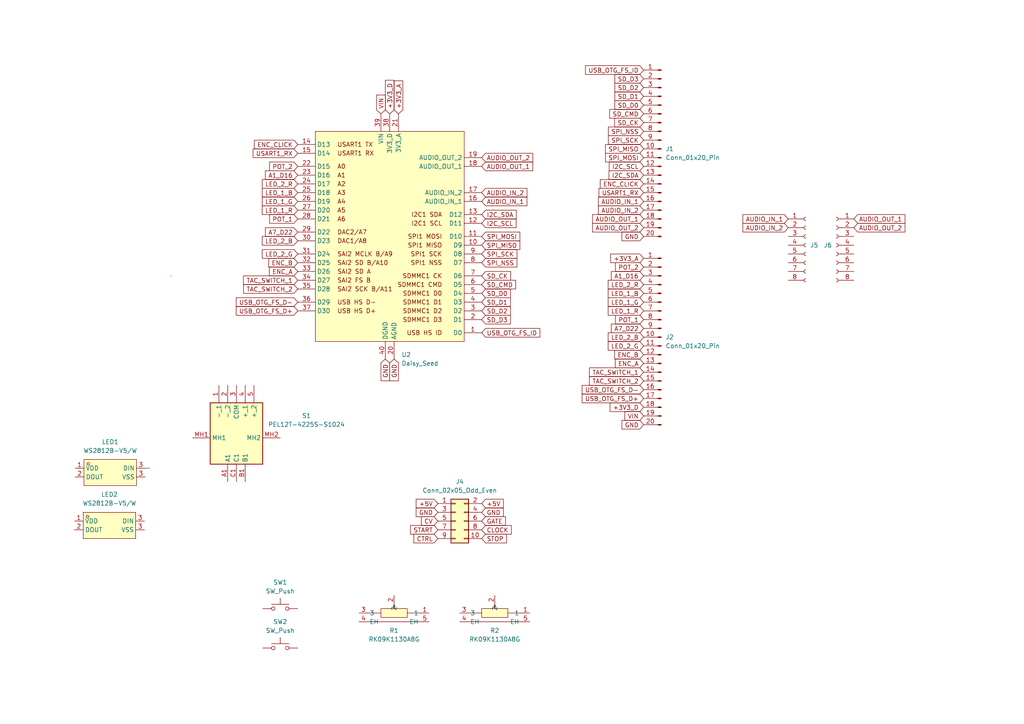
<source format=kicad_sch>
(kicad_sch (version 20250114) (generator "eeschema") (generator_version "9.0")
  (paper "A4")
  (title_block (title "Shock-AE-PCB") (date "2026-02-01") (rev "0.1") (company "Copyright © 2026 clectric.diy Licensed under CERN-OHL-S v2") (comment 1 "Charles H. Leggett"))
  (lib_symbols
    (symbol "Connector:Conn_01x08_Socket" (pin_names (offset 1.016) (hide yes))
      (property "Reference" "J" (at 0 10.16 0))
      (property "Value" "Conn_01x08_Socket" (at 0 -12.7 0))
      (symbol "Conn_01x08_Socket_1_1"
        (polyline (pts (xy -1.27 7.62) (xy -0.508 7.62)) (stroke (width 0.1524)))
        (polyline (pts (xy -1.27 5.08) (xy -0.508 5.08)) (stroke (width 0.1524)))
        (polyline (pts (xy -1.27 2.54) (xy -0.508 2.54)) (stroke (width 0.1524)))
        (polyline (pts (xy -1.27 0) (xy -0.508 0)) (stroke (width 0.1524)))
        (polyline (pts (xy -1.27 -2.54) (xy -0.508 -2.54)) (stroke (width 0.1524)))
        (polyline (pts (xy -1.27 -5.08) (xy -0.508 -5.08)) (stroke (width 0.1524)))
        (polyline (pts (xy -1.27 -7.62) (xy -0.508 -7.62)) (stroke (width 0.1524)))
        (polyline (pts (xy -1.27 -10.16) (xy -0.508 -10.16)) (stroke (width 0.1524)))
        (arc (start 0 7.112) (mid -0.5058 7.62) (end 0 8.128) (stroke (width 0.1524)))
        (arc (start 0 4.572) (mid -0.5058 5.08) (end 0 5.588) (stroke (width 0.1524)))
        (arc (start 0 2.032) (mid -0.5058 2.54) (end 0 3.048) (stroke (width 0.1524)))
        (arc (start 0 -0.508) (mid -0.5058 0) (end 0 0.508) (stroke (width 0.1524)))
        (arc (start 0 -3.048) (mid -0.5058 -2.54) (end 0 -2.032) (stroke (width 0.1524)))
        (arc (start 0 -5.588) (mid -0.5058 -5.08) (end 0 -4.572) (stroke (width 0.1524)))
        (arc (start 0 -8.128) (mid -0.5058 -7.62) (end 0 -7.112) (stroke (width 0.1524)))
        (arc (start 0 -10.668) (mid -0.5058 -10.16) (end 0 -9.652) (stroke (width 0.1524)))
        (pin passive line (at -5.08 7.62 0) (length 3.81) (name "Pin_1") (number "1"))
        (pin passive line (at -5.08 5.08 0) (length 3.81) (name "Pin_2") (number "2"))
        (pin passive line (at -5.08 2.54 0) (length 3.81) (name "Pin_3") (number "3"))
        (pin passive line (at -5.08 0 0) (length 3.81) (name "Pin_4") (number "4"))
        (pin passive line (at -5.08 -2.54 0) (length 3.81) (name "Pin_5") (number "5"))
        (pin passive line (at -5.08 -5.08 0) (length 3.81) (name "Pin_6") (number "6"))
        (pin passive line (at -5.08 -7.62 0) (length 3.81) (name "Pin_7") (number "7"))
        (pin passive line (at -5.08 -10.16 0) (length 3.81) (name "Pin_8") (number "8"))
      )
    )
    (symbol "Connector:Conn_01x20_Pin" (pin_names (offset 1.016) (hide yes))
      (property "Reference" "J" (at 0 25.4 0))
      (property "Value" "Conn_01x20_Pin" (at 0 -27.94 0))
      (symbol "Conn_01x20_Pin_1_1"
        (rectangle (start 0.8636 22.987) (end 0 22.733) (stroke (width 0.1524)) (fill (type outline)))
        (rectangle (start 0.8636 20.447) (end 0 20.193) (stroke (width 0.1524)) (fill (type outline)))
        (rectangle (start 0.8636 17.907) (end 0 17.653) (stroke (width 0.1524)) (fill (type outline)))
        (rectangle (start 0.8636 15.367) (end 0 15.113) (stroke (width 0.1524)) (fill (type outline)))
        (rectangle (start 0.8636 12.827) (end 0 12.573) (stroke (width 0.1524)) (fill (type outline)))
        (rectangle (start 0.8636 10.287) (end 0 10.033) (stroke (width 0.1524)) (fill (type outline)))
        (rectangle (start 0.8636 7.747) (end 0 7.493) (stroke (width 0.1524)) (fill (type outline)))
        (rectangle (start 0.8636 5.207) (end 0 4.953) (stroke (width 0.1524)) (fill (type outline)))
        (rectangle (start 0.8636 2.667) (end 0 2.413) (stroke (width 0.1524)) (fill (type outline)))
        (rectangle (start 0.8636 0.127) (end 0 -0.127) (stroke (width 0.1524)) (fill (type outline)))
        (rectangle (start 0.8636 -2.413) (end 0 -2.667) (stroke (width 0.1524)) (fill (type outline)))
        (rectangle (start 0.8636 -4.953) (end 0 -5.207) (stroke (width 0.1524)) (fill (type outline)))
        (rectangle (start 0.8636 -7.493) (end 0 -7.747) (stroke (width 0.1524)) (fill (type outline)))
        (rectangle (start 0.8636 -10.033) (end 0 -10.287) (stroke (width 0.1524)) (fill (type outline)))
        (rectangle (start 0.8636 -12.573) (end 0 -12.827) (stroke (width 0.1524)) (fill (type outline)))
        (rectangle (start 0.8636 -15.113) (end 0 -15.367) (stroke (width 0.1524)) (fill (type outline)))
        (rectangle (start 0.8636 -17.653) (end 0 -17.907) (stroke (width 0.1524)) (fill (type outline)))
        (rectangle (start 0.8636 -20.193) (end 0 -20.447) (stroke (width 0.1524)) (fill (type outline)))
        (rectangle (start 0.8636 -22.733) (end 0 -22.987) (stroke (width 0.1524)) (fill (type outline)))
        (rectangle (start 0.8636 -25.273) (end 0 -25.527) (stroke (width 0.1524)) (fill (type outline)))
        (polyline (pts (xy 1.27 22.86) (xy 0.8636 22.86)) (stroke (width 0.1524)))
        (polyline (pts (xy 1.27 20.32) (xy 0.8636 20.32)) (stroke (width 0.1524)))
        (polyline (pts (xy 1.27 17.78) (xy 0.8636 17.78)) (stroke (width 0.1524)))
        (polyline (pts (xy 1.27 15.24) (xy 0.8636 15.24)) (stroke (width 0.1524)))
        (polyline (pts (xy 1.27 12.7) (xy 0.8636 12.7)) (stroke (width 0.1524)))
        (polyline (pts (xy 1.27 10.16) (xy 0.8636 10.16)) (stroke (width 0.1524)))
        (polyline (pts (xy 1.27 7.62) (xy 0.8636 7.62)) (stroke (width 0.1524)))
        (polyline (pts (xy 1.27 5.08) (xy 0.8636 5.08)) (stroke (width 0.1524)))
        (polyline (pts (xy 1.27 2.54) (xy 0.8636 2.54)) (stroke (width 0.1524)))
        (polyline (pts (xy 1.27 0) (xy 0.8636 0)) (stroke (width 0.1524)))
        (polyline (pts (xy 1.27 -2.54) (xy 0.8636 -2.54)) (stroke (width 0.1524)))
        (polyline (pts (xy 1.27 -5.08) (xy 0.8636 -5.08)) (stroke (width 0.1524)))
        (polyline (pts (xy 1.27 -7.62) (xy 0.8636 -7.62)) (stroke (width 0.1524)))
        (polyline (pts (xy 1.27 -10.16) (xy 0.8636 -10.16)) (stroke (width 0.1524)))
        (polyline (pts (xy 1.27 -12.7) (xy 0.8636 -12.7)) (stroke (width 0.1524)))
        (polyline (pts (xy 1.27 -15.24) (xy 0.8636 -15.24)) (stroke (width 0.1524)))
        (polyline (pts (xy 1.27 -17.78) (xy 0.8636 -17.78)) (stroke (width 0.1524)))
        (polyline (pts (xy 1.27 -20.32) (xy 0.8636 -20.32)) (stroke (width 0.1524)))
        (polyline (pts (xy 1.27 -22.86) (xy 0.8636 -22.86)) (stroke (width 0.1524)))
        (polyline (pts (xy 1.27 -25.4) (xy 0.8636 -25.4)) (stroke (width 0.1524)))
        (pin passive line (at 5.08 22.86 180) (length 3.81) (name "Pin_1") (number "1"))
        (pin passive line (at 5.08 20.32 180) (length 3.81) (name "Pin_2") (number "2"))
        (pin passive line (at 5.08 17.78 180) (length 3.81) (name "Pin_3") (number "3"))
        (pin passive line (at 5.08 15.24 180) (length 3.81) (name "Pin_4") (number "4"))
        (pin passive line (at 5.08 12.7 180) (length 3.81) (name "Pin_5") (number "5"))
        (pin passive line (at 5.08 10.16 180) (length 3.81) (name "Pin_6") (number "6"))
        (pin passive line (at 5.08 7.62 180) (length 3.81) (name "Pin_7") (number "7"))
        (pin passive line (at 5.08 5.08 180) (length 3.81) (name "Pin_8") (number "8"))
        (pin passive line (at 5.08 2.54 180) (length 3.81) (name "Pin_9") (number "9"))
        (pin passive line (at 5.08 0 180) (length 3.81) (name "Pin_10") (number "10"))
        (pin passive line (at 5.08 -2.54 180) (length 3.81) (name "Pin_11") (number "11"))
        (pin passive line (at 5.08 -5.08 180) (length 3.81) (name "Pin_12") (number "12"))
        (pin passive line (at 5.08 -7.62 180) (length 3.81) (name "Pin_13") (number "13"))
        (pin passive line (at 5.08 -10.16 180) (length 3.81) (name "Pin_14") (number "14"))
        (pin passive line (at 5.08 -12.7 180) (length 3.81) (name "Pin_15") (number "15"))
        (pin passive line (at 5.08 -15.24 180) (length 3.81) (name "Pin_16") (number "16"))
        (pin passive line (at 5.08 -17.78 180) (length 3.81) (name "Pin_17") (number "17"))
        (pin passive line (at 5.08 -20.32 180) (length 3.81) (name "Pin_18") (number "18"))
        (pin passive line (at 5.08 -22.86 180) (length 3.81) (name "Pin_19") (number "19"))
        (pin passive line (at 5.08 -25.4 180) (length 3.81) (name "Pin_20") (number "20"))
      )
    )
    (symbol "Connector_Generic:Conn_02x05_Odd_Even" (pin_names (offset 1.016) (hide yes))
      (property "Reference" "J" (at 1.27 7.62 0))
      (property "Value" "Conn_02x05_Odd_Even" (at 1.27 -7.62 0))
      (symbol "Conn_02x05_Odd_Even_1_1"
        (rectangle (start -1.27 6.35) (end 3.81 -6.35) (stroke (width 0.254)) (fill (type background)))
        (rectangle (start -1.27 5.207) (end 0 4.953) (stroke (width 0.1524)))
        (rectangle (start -1.27 2.667) (end 0 2.413) (stroke (width 0.1524)))
        (rectangle (start -1.27 0.127) (end 0 -0.127) (stroke (width 0.1524)))
        (rectangle (start -1.27 -2.413) (end 0 -2.667) (stroke (width 0.1524)))
        (rectangle (start -1.27 -4.953) (end 0 -5.207) (stroke (width 0.1524)))
        (rectangle (start 3.81 5.207) (end 2.54 4.953) (stroke (width 0.1524)))
        (rectangle (start 3.81 2.667) (end 2.54 2.413) (stroke (width 0.1524)))
        (rectangle (start 3.81 0.127) (end 2.54 -0.127) (stroke (width 0.1524)))
        (rectangle (start 3.81 -2.413) (end 2.54 -2.667) (stroke (width 0.1524)))
        (rectangle (start 3.81 -4.953) (end 2.54 -5.207) (stroke (width 0.1524)))
        (pin passive line (at -5.08 5.08 0) (length 3.81) (name "Pin_1") (number "1"))
        (pin passive line (at -5.08 2.54 0) (length 3.81) (name "Pin_3") (number "3"))
        (pin passive line (at -5.08 0 0) (length 3.81) (name "Pin_5") (number "5"))
        (pin passive line (at -5.08 -2.54 0) (length 3.81) (name "Pin_7") (number "7"))
        (pin passive line (at -5.08 -5.08 0) (length 3.81) (name "Pin_9") (number "9"))
        (pin passive line (at 7.62 5.08 180) (length 3.81) (name "Pin_2") (number "2"))
        (pin passive line (at 7.62 2.54 180) (length 3.81) (name "Pin_4") (number "4"))
        (pin passive line (at 7.62 0 180) (length 3.81) (name "Pin_6") (number "6"))
        (pin passive line (at 7.62 -2.54 180) (length 3.81) (name "Pin_8") (number "8"))
        (pin passive line (at 7.62 -5.08 180) (length 3.81) (name "Pin_10") (number "10"))
      )
    )
    (symbol "Switch:SW_Push" (pin_numbers (hide yes)) (pin_names (offset 1.016) (hide yes))
      (property "Reference" "SW" (at 1.27 2.54 0))
      (property "Value" "SW_Push" (at 0 -1.524 0))
      (symbol "SW_Push_0_1"
        (circle (center -2.032 0) (radius 0.508))
        (polyline (pts (xy 0 1.27) (xy 0 3.048)))
        (circle (center 2.032 0) (radius 0.508))
        (polyline (pts (xy 2.54 1.27) (xy -2.54 1.27)))
        (pin passive line (at -5.08 0 0) (length 2.54) (name "1") (number "1"))
        (pin passive line (at 5.08 0 180) (length 2.54) (name "2") (number "2"))
      )
    )
    (symbol "WS2812B-V5_W_1"
      (property "Reference" "LED" (at 0 6.35 0))
      (property "Value" "WS2812B-V5/W" (at 0 -6.35 0))
      (symbol "WS2812B-V5_W_1_0_1"
        (rectangle (start -7.62 3.81) (end 7.62 -3.81) (fill (type background)))
        (circle (center -6.35 2.54) (radius 0.38))
        (pin unspecified line (at -10.16 1.27 0) (length 2.54) (name "VDD") (number "1"))
        (pin unspecified line (at -10.16 -1.27 0) (length 2.54) (name "DOUT") (number "2"))
        (pin unspecified line (at 10.16 1.27 180) (length 2.54) (name "DIN") (number "3"))
        (pin unspecified line (at 10.16 -1.27 180) (length 2.54) (name "VSS") (number "3"))
      )
    )
    (symbol "clectric-diy:Daisy_Seed"
      (property "Reference" "U" (at -21.59 31.75 0))
      (property "Value" "Daisy_Seed" (at 21.59 31.75 0))
      (symbol "Daisy_Seed_0_0"
        (pin power_in line (at -2.54 35.56 270) (length 5.08) (name "VIN") (number "39"))
        (pin power_in line (at -1.27 -35.56 90) (length 5.08) (name "DGND") (number "40"))
        (pin power_out line (at 0 35.56 270) (length 5.08) (name "3V3_D") (number "38"))
        (pin power_in line (at 1.27 -35.56 90) (length 5.08) (name "AGND") (number "20"))
        (pin power_out line (at 2.54 35.56 270) (length 5.08) (name "3V3_A") (number "21"))
      )
      (symbol "Daisy_Seed_1_0"
        (pin bidirectional line (at -26.67 26.67 0) (length 5.08) (name "D13") (number "14"))
        (pin bidirectional line (at -26.67 24.13 0) (length 5.08) (name "D14") (number "15"))
        (pin bidirectional line (at -26.67 20.32 0) (length 5.08) (name "D15") (number "22"))
        (pin bidirectional line (at -26.67 17.78 0) (length 5.08) (name "D16") (number "23"))
        (pin bidirectional line (at -26.67 15.24 0) (length 5.08) (name "D17") (number "24"))
        (pin bidirectional line (at -26.67 12.7 0) (length 5.08) (name "D18") (number "25"))
        (pin bidirectional line (at -26.67 10.16 0) (length 5.08) (name "D19") (number "26"))
        (pin bidirectional line (at -26.67 7.62 0) (length 5.08) (name "D20") (number "27"))
        (pin bidirectional line (at -26.67 5.08 0) (length 5.08) (name "D21") (number "28"))
        (pin bidirectional line (at -26.67 1.27 0) (length 5.08) (name "D22") (number "29"))
        (pin bidirectional line (at -26.67 -1.27 0) (length 5.08) (name "D23") (number "30"))
        (pin bidirectional line (at -26.67 -5.08 0) (length 5.08) (name "D24") (number "31"))
        (pin bidirectional line (at -26.67 -7.62 0) (length 5.08) (name "D25") (number "32"))
        (pin bidirectional line (at -26.67 -10.16 0) (length 5.08) (name "D26") (number "33"))
        (pin bidirectional line (at -26.67 -12.7 0) (length 5.08) (name "D27") (number "34"))
        (pin bidirectional line (at -26.67 -15.24 0) (length 5.08) (name "D28") (number "35"))
        (pin bidirectional line (at -26.67 -19.05 0) (length 5.08) (name "D29") (number "36"))
        (pin bidirectional line (at -26.67 -21.59 0) (length 5.08) (name "D30") (number "37"))
        (pin output line (at 26.67 22.86 180) (length 5.08) (name "AUDIO_OUT_2") (number "19"))
        (pin output line (at 26.67 20.32 180) (length 5.08) (name "AUDIO_OUT_1") (number "18"))
        (pin input line (at 26.67 12.7 180) (length 5.08) (name "AUDIO_IN_2") (number "17"))
        (pin input line (at 26.67 10.16 180) (length 5.08) (name "AUDIO_IN_1") (number "16"))
        (pin bidirectional line (at 26.67 6.35 180) (length 5.08) (name "D12") (number "13"))
        (pin bidirectional line (at 26.67 3.81 180) (length 5.08) (name "D11") (number "12"))
        (pin bidirectional line (at 26.67 0 180) (length 5.08) (name "D10") (number "11"))
        (pin bidirectional line (at 26.67 -2.54 180) (length 5.08) (name "D9") (number "10"))
        (pin bidirectional line (at 26.67 -5.08 180) (length 5.08) (name "D8") (number "9"))
        (pin bidirectional line (at 26.67 -7.62 180) (length 5.08) (name "D7") (number "8"))
        (pin bidirectional line (at 26.67 -11.43 180) (length 5.08) (name "D6") (number "7"))
        (pin bidirectional line (at 26.67 -13.97 180) (length 5.08) (name "D5") (number "6"))
        (pin bidirectional line (at 26.67 -16.51 180) (length 5.08) (name "D4") (number "5"))
        (pin bidirectional line (at 26.67 -19.05 180) (length 5.08) (name "D3") (number "4"))
        (pin bidirectional line (at 26.67 -21.59 180) (length 5.08) (name "D2") (number "3"))
        (pin bidirectional line (at 26.67 -24.13 180) (length 5.08) (name "D1") (number "2"))
        (pin bidirectional line (at 26.67 -27.94 180) (length 5.08) (name "D0") (number "1"))
      )
      (symbol "Daisy_Seed_1_1"
        (rectangle (start -21.59 30.48) (end 21.59 -30.48) (fill (type background)))
        (text "USART1 TX" (at -15.24 26.67 0) (effects (font (size 1.27 1.27)) (justify left)))
        (text "USART1 RX" (at -15.24 24.13 0) (effects (font (size 1.27 1.27)) (justify left)))
        (text "A0" (at -15.24 20.32 0) (effects (font (size 1.27 1.27)) (justify left)))
        (text "A1" (at -15.24 17.78 0) (effects (font (size 1.27 1.27)) (justify left)))
        (text "A2" (at -15.24 15.24 0) (effects (font (size 1.27 1.27)) (justify left)))
        (text "A3" (at -15.24 12.7 0) (effects (font (size 1.27 1.27)) (justify left)))
        (text "A4" (at -15.24 10.16 0) (effects (font (size 1.27 1.27)) (justify left)))
        (text "A5" (at -15.24 7.62 0) (effects (font (size 1.27 1.27)) (justify left)))
        (text "A6" (at -15.24 5.08 0) (effects (font (size 1.27 1.27)) (justify left)))
        (text "DAC2/A7" (at -15.24 1.27 0) (effects (font (size 1.27 1.27)) (justify left)))
        (text "DAC1/A8" (at -15.24 -1.27 0) (effects (font (size 1.27 1.27)) (justify left)))
        (text "SAI2 MCLK B/A9" (at -15.24 -5.08 0) (effects (font (size 1.27 1.27)) (justify left)))
        (text "SAI2 SD B/A10" (at -15.24 -7.62 0) (effects (font (size 1.27 1.27)) (justify left)))
        (text "SAI2 SD A" (at -15.24 -10.16 0) (effects (font (size 1.27 1.27)) (justify left)))
        (text "SAI2 FS B" (at -15.24 -12.7 0) (effects (font (size 1.27 1.27)) (justify left)))
        (text "SAI2 SCK B/A11" (at -15.24 -15.24 0) (effects (font (size 1.27 1.27)) (justify left)))
        (text "USB HS D-" (at -15.24 -19.05 0) (effects (font (size 1.27 1.27)) (justify left)))
        (text "USB HS D+" (at -15.24 -21.59 0) (effects (font (size 1.27 1.27)) (justify left)))
        (text "I2C1 SDA" (at 15.24 6.35 0) (effects (font (size 1.27 1.27)) (justify right)))
        (text "I2C1 SCL" (at 15.24 3.81 0) (effects (font (size 1.27 1.27)) (justify right)))
        (text "SPI1 MOSI" (at 15.24 0 0) (effects (font (size 1.27 1.27)) (justify right)))
        (text "SPI1 MISO" (at 15.24 -2.54 0) (effects (font (size 1.27 1.27)) (justify right)))
        (text "SPI1 SCK" (at 15.24 -5.08 0) (effects (font (size 1.27 1.27)) (justify right)))
        (text "SPI1 NSS" (at 15.24 -7.62 0) (effects (font (size 1.27 1.27)) (justify right)))
        (text "SDMMC1 CK" (at 15.24 -11.43 0) (effects (font (size 1.27 1.27)) (justify right)))
        (text "SDMMC1 CMD" (at 15.24 -13.97 0) (effects (font (size 1.27 1.27)) (justify right)))
        (text "SDMMC1 D0" (at 15.24 -16.51 0) (effects (font (size 1.27 1.27)) (justify right)))
        (text "SDMMC1 D1" (at 15.24 -19.05 0) (effects (font (size 1.27 1.27)) (justify right)))
        (text "SDMMC1 D2" (at 15.24 -21.59 0) (effects (font (size 1.27 1.27)) (justify right)))
        (text "SDMMC1 D3" (at 15.24 -24.13 0) (effects (font (size 1.27 1.27)) (justify right)))
        (text "USB HS ID" (at 15.24 -27.94 0) (effects (font (size 1.27 1.27)) (justify right)))
      )
    )
    (symbol "clectric-diy:PEL12T-4225S-S1024"
      (property "Reference" "S" (at 21.59 15.24 0))
      (property "Value" "PEL12T-4225S-S1024" (at 21.59 12.7 0))
      (symbol "PEL12T-4225S-S1024_1_1"
        (rectangle (start 5.08 10.16) (end 20.32 -7.62) (stroke (width 0.254)) (fill (type background)))
        (pin passive line (at 0 0 0) (length 5.08) (name "MH1") (number "MH1"))
        (pin passive line (at 7.62 15.24 270) (length 5.08) (name "-_1") (number "1"))
        (pin passive line (at 10.16 15.24 270) (length 5.08) (name "-_2") (number "2"))
        (pin passive line (at 10.16 -12.7 90) (length 5.08) (name "A1") (number "A1"))
        (pin passive line (at 12.7 15.24 270) (length 5.08) (name "COM") (number "3"))
        (pin passive line (at 12.7 -12.7 90) (length 5.08) (name "C1") (number "C1"))
        (pin passive line (at 15.24 15.24 270) (length 5.08) (name "+_1") (number "4"))
        (pin passive line (at 15.24 -12.7 90) (length 5.08) (name "B1") (number "B1"))
        (pin passive line (at 17.78 15.24 270) (length 5.08) (name "+_2") (number "5"))
        (pin passive line (at 25.4 0 180) (length 5.08) (name "MH2") (number "MH2"))
      )
    )
    (symbol "clectric-diy:RK09K1130A8G"
      (property "Reference" "R" (at 0 10.16 0))
      (property "Value" "RK09K1130A8G" (at 0 -7.62 0))
      (symbol "RK09K1130A8G_0_1"
        (polyline (pts (xy -7.62 -2.54) (xy 7.62 -2.54)))
        (rectangle (start -3.81 1.27) (end 3.81 -1.27) (fill (type background)))
        (polyline (pts (xy -3.81 0) (xy -7.62 0)))
        (polyline (pts (xy 0 2.54) (xy 0 2.54) (xy 0 1.27) (xy 0.25 2.29)))
        (polyline (pts (xy 0 1.27) (xy -0.25 2.29)))
        (polyline (pts (xy 3.81 0) (xy 7.62 0)))
        (pin unspecified line (at -10.16 0 0) (length 2.54) (name "3") (number "3"))
        (pin unspecified line (at -10.16 -2.54 0) (length 2.54) (name "EH") (number "4"))
        (pin unspecified line (at 0 5.08 270) (length 2.54) (name "2") (number "2"))
        (pin unspecified line (at 10.16 0 180) (length 2.54) (name "1") (number "1"))
        (pin unspecified line (at 10.16 -2.54 180) (length 2.54) (name "EH") (number "5"))
      )
    )
    (symbol "clectric-diy:WS2812B-V5_W"
      (property "Reference" "LED" (at 0 6.35 0))
      (property "Value" "WS2812B-V5/W" (at 0 -6.35 0))
      (symbol "WS2812B-V5_W_0_1"
        (rectangle (start -7.62 3.81) (end 7.62 -3.81) (fill (type background)))
        (circle (center -6.35 2.54) (radius 0.38))
        (pin unspecified line (at -10.16 1.27 0) (length 2.54) (name "VDD") (number "1"))
        (pin unspecified line (at -10.16 -1.27 0) (length 2.54) (name "DOUT") (number "2"))
        (pin unspecified line (at 10.16 1.27 180) (length 2.54) (name "DIN") (number "3"))
        (pin unspecified line (at 10.16 -1.27 180) (length 2.54) (name "VSS") (number "3"))
      )
    )
  )
  (wire (pts (xy 42.1265 135.7973) (xy 43.3965 135.7973)))
  (wire (pts (xy 49.7465 80.01) (xy 49.53 80.01)))
  (global_label "TAC_SWITCH_2" (shape input) (at 86.36 83.82 180) (property "Intersheetrefs" "${INTERSHEET_REFS}" (effects (hide yes))))
  (global_label "I2C_SDA" (shape input) (at 186.69 50.8 180) (property "Intersheetrefs" "${INTERSHEET_REFS}" (effects (hide yes))))
  (global_label "SPI_NSS" (shape input) (at 186.69 38.1 180) (property "Intersheetrefs" "${INTERSHEET_REFS}" (effects (hide yes))))
  (global_label "TAC_SWITCH_1" (shape input) (at 86.36 81.28 180) (property "Intersheetrefs" "${INTERSHEET_REFS}" (effects (hide yes))))
  (global_label "USB_OTG_FS_ID" (shape input) (at 139.7 96.52 0) (property "Intersheetrefs" "${INTERSHEET_REFS}" (effects (hide yes))))
  (global_label "SD_CK" (shape input) (at 139.7 80.01 0) (property "Intersheetrefs" "${INTERSHEET_REFS}" (effects (hide yes))))
  (global_label "SD_D0" (shape input) (at 139.7 85.09 0) (property "Intersheetrefs" "${INTERSHEET_REFS}" (effects (hide yes))))
  (global_label "GATE" (shape input) (at 139.7 151.13 0) (property "Intersheetrefs" "${INTERSHEET_REFS}" (effects (hide yes))))
  (global_label "STOP" (shape input) (at 139.7 156.21 0) (property "Intersheetrefs" "${INTERSHEET_REFS}" (effects (hide yes))))
  (global_label "START" (shape input) (at 127 153.67 180) (property "Intersheetrefs" "${INTERSHEET_REFS}" (effects (hide yes))))
  (global_label "AUDIO_IN_1" (shape input) (at 186.69 58.42 180) (property "Intersheetrefs" "${INTERSHEET_REFS}" (effects (hide yes))))
  (global_label "SD_CK" (shape input) (at 186.69 35.56 180) (property "Intersheetrefs" "${INTERSHEET_REFS}" (effects (hide yes))))
  (global_label "AUDIO_IN_1" (shape input) (at 228.6 63.5 180) (property "Intersheetrefs" "${INTERSHEET_REFS}" (effects (hide yes))))
  (global_label "SD_CMD" (shape input) (at 186.69 33.02 180) (property "Intersheetrefs" "${INTERSHEET_REFS}" (effects (hide yes))))
  (global_label "TAC_SWITCH_2" (shape input) (at 186.69 110.49 180) (property "Intersheetrefs" "${INTERSHEET_REFS}" (effects (hide yes))))
  (global_label "SPI_MISO" (shape input) (at 139.7 71.12 0) (property "Intersheetrefs" "${INTERSHEET_REFS}" (effects (hide yes))))
  (global_label "LED_2_B" (shape input) (at 86.36 69.85 180) (property "Intersheetrefs" "${INTERSHEET_REFS}" (effects (hide yes))))
  (global_label "SD_D2" (shape input) (at 186.69 25.4 180) (property "Intersheetrefs" "${INTERSHEET_REFS}" (effects (hide yes))))
  (global_label "LED_1_R" (shape input) (at 86.36 60.96 180) (property "Intersheetrefs" "${INTERSHEET_REFS}" (effects (hide yes))))
  (global_label "USB_OTG_FS_D+" (shape input) (at 186.69 115.57 180) (property "Intersheetrefs" "${INTERSHEET_REFS}" (effects (hide yes))))
  (global_label "USB_OTG_FS_ID" (shape input) (at 186.69 20.32 180) (property "Intersheetrefs" "${INTERSHEET_REFS}" (effects (hide yes))))
  (global_label "USB_OTG_FS_D+" (shape input) (at 86.36 90.17 180) (property "Intersheetrefs" "${INTERSHEET_REFS}" (effects (hide yes))))
  (global_label "+3V3_D" (shape input) (at 113.03 33.02 90) (property "Intersheetrefs" "${INTERSHEET_REFS}" (effects (hide yes))))
  (global_label "GND" (shape input) (at 139.7 148.59 0) (property "Intersheetrefs" "${INTERSHEET_REFS}" (effects (hide yes))))
  (global_label "ENC_CLICK" (shape input) (at 86.36 41.91 180) (property "Intersheetrefs" "${INTERSHEET_REFS}" (effects (hide yes))))
  (global_label "VIN" (shape input) (at 186.69 120.65 180) (property "Intersheetrefs" "${INTERSHEET_REFS}" (effects (hide yes))))
  (global_label "GND" (shape input) (at 114.3 104.14 270) (property "Intersheetrefs" "${INTERSHEET_REFS}" (effects (hide yes))))
  (global_label "AUDIO_OUT_2" (shape input) (at 247.65 66.04 0) (property "Intersheetrefs" "${INTERSHEET_REFS}" (effects (hide yes))))
  (global_label "AUDIO_OUT_2" (shape input) (at 139.7 45.72 0) (property "Intersheetrefs" "${INTERSHEET_REFS}" (effects (hide yes))))
  (global_label "ENC_CLICK" (shape input) (at 186.69 53.34 180) (property "Intersheetrefs" "${INTERSHEET_REFS}" (effects (hide yes))))
  (global_label "SD_D1" (shape input) (at 186.69 27.94 180) (property "Intersheetrefs" "${INTERSHEET_REFS}" (effects (hide yes))))
  (global_label "+3V3_A" (shape input) (at 115.57 33.02 90) (property "Intersheetrefs" "${INTERSHEET_REFS}" (effects (hide yes))))
  (global_label "POT_1" (shape input) (at 186.69 92.71 180) (property "Intersheetrefs" "${INTERSHEET_REFS}" (effects (hide yes))))
  (global_label "TAC_SWITCH_1" (shape input) (at 186.69 107.95 180) (property "Intersheetrefs" "${INTERSHEET_REFS}" (effects (hide yes))))
  (global_label "ENC_B" (shape input) (at 86.36 76.2 180) (property "Intersheetrefs" "${INTERSHEET_REFS}" (effects (hide yes))))
  (global_label "SD_D3" (shape input) (at 186.69 22.86 180) (property "Intersheetrefs" "${INTERSHEET_REFS}" (effects (hide yes))))
  (global_label "+3V3_D" (shape input) (at 186.69 118.11 180) (property "Intersheetrefs" "${INTERSHEET_REFS}" (effects (hide yes))))
  (global_label "LED_2_R" (shape input) (at 186.69 82.55 180) (property "Intersheetrefs" "${INTERSHEET_REFS}" (effects (hide yes))))
  (global_label "POT_2" (shape input) (at 186.69 77.47 180) (property "Intersheetrefs" "${INTERSHEET_REFS}" (effects (hide yes))))
  (global_label "USART1_RX" (shape input) (at 186.69 55.88 180) (property "Intersheetrefs" "${INTERSHEET_REFS}" (effects (hide yes))))
  (global_label "+3V3_A" (shape input) (at 186.69 74.93 180) (property "Intersheetrefs" "${INTERSHEET_REFS}" (effects (hide yes))))
  (global_label "CV" (shape input) (at 127 151.13 180) (property "Intersheetrefs" "${INTERSHEET_REFS}" (effects (hide yes))))
  (global_label "SD_D0" (shape input) (at 186.69 30.48 180) (property "Intersheetrefs" "${INTERSHEET_REFS}" (effects (hide yes))))
  (global_label "A1_D16" (shape input) (at 86.36 50.8 180) (property "Intersheetrefs" "${INTERSHEET_REFS}" (effects (hide yes))))
  (global_label "AUDIO_IN_2" (shape input) (at 139.7 55.88 0) (property "Intersheetrefs" "${INTERSHEET_REFS}" (effects (hide yes))))
  (global_label "I2C_SDA" (shape input) (at 139.7 62.23 0) (property "Intersheetrefs" "${INTERSHEET_REFS}" (effects (hide yes))))
  (global_label "SPI_NSS" (shape input) (at 139.7 76.2 0) (property "Intersheetrefs" "${INTERSHEET_REFS}" (effects (hide yes))))
  (global_label "SPI_MOSI" (shape input) (at 186.69 45.72 180) (property "Intersheetrefs" "${INTERSHEET_REFS}" (effects (hide yes))))
  (global_label "LED_1_R" (shape input) (at 186.69 90.17 180) (property "Intersheetrefs" "${INTERSHEET_REFS}" (effects (hide yes))))
  (global_label "AUDIO_IN_2" (shape input) (at 186.69 60.96 180) (property "Intersheetrefs" "${INTERSHEET_REFS}" (effects (hide yes))))
  (global_label "GND" (shape input) (at 111.76 104.14 270) (property "Intersheetrefs" "${INTERSHEET_REFS}" (effects (hide yes))))
  (global_label "SPI_MISO" (shape input) (at 186.69 43.18 180) (property "Intersheetrefs" "${INTERSHEET_REFS}" (effects (hide yes))))
  (global_label "A1_D16" (shape input) (at 186.69 80.01 180) (property "Intersheetrefs" "${INTERSHEET_REFS}" (effects (hide yes))))
  (global_label "LED_1_G" (shape input) (at 86.36 58.42 180) (property "Intersheetrefs" "${INTERSHEET_REFS}" (effects (hide yes))))
  (global_label "SPI_SCK" (shape input) (at 139.7 73.66 0) (property "Intersheetrefs" "${INTERSHEET_REFS}" (effects (hide yes))))
  (global_label "SD_D3" (shape input) (at 139.7 92.71 0) (property "Intersheetrefs" "${INTERSHEET_REFS}" (effects (hide yes))))
  (global_label "LED_2_R" (shape input) (at 86.36 53.34 180) (property "Intersheetrefs" "${INTERSHEET_REFS}" (effects (hide yes))))
  (global_label "ENC_A" (shape input) (at 186.69 105.41 180) (property "Intersheetrefs" "${INTERSHEET_REFS}" (effects (hide yes))))
  (global_label "CLOCK" (shape input) (at 139.7 153.67 0) (property "Intersheetrefs" "${INTERSHEET_REFS}" (effects (hide yes))))
  (global_label "AUDIO_IN_1" (shape input) (at 139.7 58.42 0) (property "Intersheetrefs" "${INTERSHEET_REFS}" (effects (hide yes))))
  (global_label "A7_D22" (shape input) (at 186.69 95.25 180) (property "Intersheetrefs" "${INTERSHEET_REFS}" (effects (hide yes))))
  (global_label "GND" (shape input) (at 186.69 123.19 180) (property "Intersheetrefs" "${INTERSHEET_REFS}" (effects (hide yes))))
  (global_label "LED_2_G" (shape input) (at 186.69 100.33 180) (property "Intersheetrefs" "${INTERSHEET_REFS}" (effects (hide yes))))
  (global_label "I2C_SCL" (shape input) (at 186.69 48.26 180) (property "Intersheetrefs" "${INTERSHEET_REFS}" (effects (hide yes))))
  (global_label "USB_OTG_FS_D-" (shape input) (at 186.69 113.03 180) (property "Intersheetrefs" "${INTERSHEET_REFS}" (effects (hide yes))))
  (global_label "AUDIO_OUT_2" (shape input) (at 186.69 66.04 180) (property "Intersheetrefs" "${INTERSHEET_REFS}" (effects (hide yes))))
  (global_label "GND" (shape input) (at 127 148.59 180) (property "Intersheetrefs" "${INTERSHEET_REFS}" (effects (hide yes))))
  (global_label "USB_OTG_FS_D-" (shape input) (at 86.36 87.63 180) (property "Intersheetrefs" "${INTERSHEET_REFS}" (effects (hide yes))))
  (global_label "SD_D2" (shape input) (at 139.7 90.17 0) (property "Intersheetrefs" "${INTERSHEET_REFS}" (effects (hide yes))))
  (global_label "CTRL" (shape input) (at 127 156.21 180) (property "Intersheetrefs" "${INTERSHEET_REFS}" (effects (hide yes))))
  (global_label "AUDIO_IN_2" (shape input) (at 228.6 66.04 180) (property "Intersheetrefs" "${INTERSHEET_REFS}" (effects (hide yes))))
  (global_label "I2C_SCL" (shape input) (at 139.7 64.77 0) (property "Intersheetrefs" "${INTERSHEET_REFS}" (effects (hide yes))))
  (global_label "LED_1_B" (shape input) (at 186.69 85.09 180) (property "Intersheetrefs" "${INTERSHEET_REFS}" (effects (hide yes))))
  (global_label "USART1_RX" (shape input) (at 86.36 44.45 180) (property "Intersheetrefs" "${INTERSHEET_REFS}" (effects (hide yes))))
  (global_label "SD_CMD" (shape input) (at 139.7 82.55 0) (property "Intersheetrefs" "${INTERSHEET_REFS}" (effects (hide yes))))
  (global_label "POT_1" (shape input) (at 86.36 63.5 180) (property "Intersheetrefs" "${INTERSHEET_REFS}" (effects (hide yes))))
  (global_label "+5V" (shape input) (at 139.7 146.05 0) (property "Intersheetrefs" "${INTERSHEET_REFS}" (effects (hide yes))))
  (global_label "LED_1_G" (shape input) (at 186.69 87.63 180) (property "Intersheetrefs" "${INTERSHEET_REFS}" (effects (hide yes))))
  (global_label "LED_1_B" (shape input) (at 86.36 55.88 180) (property "Intersheetrefs" "${INTERSHEET_REFS}" (effects (hide yes))))
  (global_label "AUDIO_OUT_1" (shape input) (at 247.65 63.5 0) (property "Intersheetrefs" "${INTERSHEET_REFS}" (effects (hide yes))))
  (global_label "POT_2" (shape input) (at 86.36 48.26 180) (property "Intersheetrefs" "${INTERSHEET_REFS}" (effects (hide yes))))
  (global_label "SD_D1" (shape input) (at 139.7 87.63 0) (property "Intersheetrefs" "${INTERSHEET_REFS}" (effects (hide yes))))
  (global_label "LED_2_G" (shape input) (at 86.36 73.66 180) (property "Intersheetrefs" "${INTERSHEET_REFS}" (effects (hide yes))))
  (global_label "SPI_MOSI" (shape input) (at 139.7 68.58 0) (property "Intersheetrefs" "${INTERSHEET_REFS}" (effects (hide yes))))
  (global_label "AUDIO_OUT_1" (shape input) (at 186.69 63.5 180) (property "Intersheetrefs" "${INTERSHEET_REFS}" (effects (hide yes))))
  (global_label "SPI_SCK" (shape input) (at 186.69 40.64 180) (property "Intersheetrefs" "${INTERSHEET_REFS}" (effects (hide yes))))
  (global_label "ENC_B" (shape input) (at 186.69 102.87 180) (property "Intersheetrefs" "${INTERSHEET_REFS}" (effects (hide yes))))
  (global_label "LED_2_B" (shape input) (at 186.69 97.79 180) (property "Intersheetrefs" "${INTERSHEET_REFS}" (effects (hide yes))))
  (global_label "ENC_A" (shape input) (at 86.36 78.74 180) (property "Intersheetrefs" "${INTERSHEET_REFS}" (effects (hide yes))))
  (global_label "A7_D22" (shape input) (at 86.36 67.31 180) (property "Intersheetrefs" "${INTERSHEET_REFS}" (effects (hide yes))))
  (global_label "GND" (shape input) (at 186.69 68.58 180) (property "Intersheetrefs" "${INTERSHEET_REFS}" (effects (hide yes))))
  (global_label "VIN" (shape input) (at 110.49 33.02 90) (property "Intersheetrefs" "${INTERSHEET_REFS}" (effects (hide yes))))
  (global_label "+5V" (shape input) (at 127 146.05 180) (property "Intersheetrefs" "${INTERSHEET_REFS}" (effects (hide yes))))
  (global_label "AUDIO_OUT_1" (shape input) (at 139.7 48.26 0) (property "Intersheetrefs" "${INTERSHEET_REFS}" (effects (hide yes))))
  (symbol (lib_id "Connector:Conn_01x20_Pin") (at 191.77 97.79 0) (mirror y) (unit 1)
    (property "Reference" "J2" (at 193.04 97.7899 0) (effects (justify right)))
    (property "Value" "Conn_01x20_Pin" (at 193.04 100.3299 0) (effects (justify right)))
    (property "Description" "Generic connector, single row, 01x20, script generated" (effects (hide yes)))
  )
  (symbol (lib_id "Connector:Conn_01x08_Socket") (at 242.57 71.12 0) (mirror y) (unit 1)
    (property "Reference" "J6" (at 241.3 71.1199 0) (effects (justify left)))
    (property "Value" "Conn_01x08_Socket" (effects (hide yes)))
    (property "Footprint" "Connector_PinSocket_2.54mm:PinSocket_1x08_P2.54mm_Vertical" (effects (hide yes)))
    (property "Description" "Generic connector, single row, 01x08, script generated" (effects (hide yes)))
  )
  (symbol (lib_id "clectric-diy:RK09K1130A8G") (at 114.3 177.8 0) (unit 1)
    (property "Reference" "R1" (at 114.3 182.88 0))
    (property "Value" "RK09K1130A8G" (at 114.3 185.42 0))
    (property "Footprint" "clectric-diy:RES-TH_RK09K113004U" (effects (hide yes)))
    (property "LCSC Part" "C470294" (effects (hide yes)))
  )
  (symbol (lib_id "Connector:Conn_01x08_Socket") (at 233.68 71.12 0) (unit 1)
    (property "Reference" "J5" (at 234.95 71.1199 0) (effects (justify left)))
    (property "Value" "Conn_01x08_Socket" (effects (hide yes)))
    (property "Footprint" "Connector_PinSocket_2.54mm:PinSocket_1x08_P2.54mm_Vertical" (effects (hide yes)))
    (property "Description" "Generic connector, single row, 01x08, script generated" (effects (hide yes)))
  )
  (symbol (lib_id "clectric-diy:WS2812B-V5_W") (at 31.9665 137.0673 0) (unit 1)
    (property "Reference" "LED1" (at 31.9665 128.1773 0))
    (property "Value" "WS2812B-V5/W" (at 31.9665 130.7173 0))
    (property "Footprint" "clectric-diy:LED-SMD_4P-L5.0-W5.0-TL-1" (effects (hide yes)))
    (property "LCSC Part" "C2874885" (effects (hide yes)))
  )
  (symbol (lib_id "Connector_Generic:Conn_02x05_Odd_Even") (at 132.08 151.13 0) (unit 1)
    (property "Reference" "J4" (at 133.35 139.7 0))
    (property "Value" "Conn_02x05_Odd_Even" (at 133.35 142.24 0))
    (property "Footprint" "Connector_PinHeader_2.54mm:PinHeader_2x05_P2.54mm_Vertical" (effects (hide yes)))
    (property "Description" "Generic connector, double row, 02x05, odd/even pin numbering scheme (row 1 odd numbers, row 2 even numbers), script generated (kicad-library-utils/schlib/autogen/connector/)" (effects (hide yes)))
  )
  (symbol (lib_id "Switch:SW_Push") (at 81.28 187.96 0) (unit 1)
    (property "Reference" "SW2" (at 81.28 180.34 0))
    (property "Value" "SW_Push" (at 81.28 182.88 0))
    (property "Footprint" "Button_Switch_THT:SW_PUSH_6mm" (effects (hide yes)))
    (property "Description" "Push button switch, generic, two pins" (effects (hide yes)))
  )
  (symbol (lib_id "Switch:SW_Push") (at 81.28 176.53 0) (unit 1)
    (property "Reference" "SW1" (at 81.28 168.91 0))
    (property "Value" "SW_Push" (at 81.28 171.45 0))
    (property "Footprint" "Button_Switch_THT:SW_PUSH_6mm" (effects (hide yes)))
    (property "Description" "Push button switch, generic, two pins" (effects (hide yes)))
  )
  (symbol (lib_id "clectric-diy:Daisy_Seed") (at 113.03 68.58 0) (unit 1) (in_bom no)
    (property "Reference" "U2" (at 116.4433 102.87 0) (effects (justify left)))
    (property "Value" "Daisy_Seed" (at 116.4433 105.41 0) (effects (justify left)))
    (property "Footprint" "clectric-diy:DAISY_SEED" (effects (hide yes)))
    (property "Datasheet" "https://static1.squarespace.com/static/58d03fdc1b10e3bf442567b8/t/6227e6236f02fb68d1577146/1646781988478/Daisy_Seed_datasheet_v1.0.3.pdf" (effects (hide yes)))
    (property "Description" "Daisy is an embedded platform for music." (effects (hide yes)))
  )
  (symbol (lib_id "clectric-diy:RK09K1130A8G") (at 143.51 177.8 0) (unit 1)
    (property "Reference" "R2" (at 143.51 182.88 0))
    (property "Value" "RK09K1130A8G" (at 143.51 185.42 0))
    (property "Footprint" "clectric-diy:RES-TH_RK09K113004U" (effects (hide yes)))
    (property "LCSC Part" "C470294" (effects (hide yes)))
  )
  (symbol (lib_id "Connector:Conn_01x20_Pin") (at 191.77 43.18 0) (mirror y) (unit 1)
    (property "Reference" "J1" (at 193.04 43.1799 0) (effects (justify right)))
    (property "Value" "Conn_01x20_Pin" (at 193.04 45.7199 0) (effects (justify right)))
    (property "Description" "Generic connector, single row, 01x20, script generated" (effects (hide yes)))
  )
  (symbol (lib_name "WS2812B-V5_W_1") (lib_id "clectric-diy:WS2812B-V5_W") (at 31.75 152.4 0) (unit 1)
    (property "Reference" "LED2" (at 31.75 143.4173 0))
    (property "Value" "WS2812B-V5/W" (at 31.75 145.9573 0))
    (property "Footprint" "clectric-diy:LED-SMD_4P-L5.0-W5.0-TL-1" (effects (hide yes)))
    (property "LCSC Part" "C2874885" (effects (hide yes)))
  )
  (symbol (lib_id "clectric-diy:PEL12T-4225S-S1024") (at 55.88 127 0) (unit 1)
    (property "Reference" "S1" (at 88.9 120.5798 0))
    (property "Value" "PEL12T-4225S-S1024" (at 88.9 123.1198 0))
    (property "Footprint" "clectric-diy:PEL12T4225SS1024" (effects (hide yes)))
    (property "Datasheet" "https://www.bourns.com/docs/product-datasheets/PEL12T.pdf" (effects (hide yes)))
    (property "Description" "Encoders Red Blue/Green LED Push Switch Knurled" (effects (hide yes)))
    (property "Height" "25" (effects (hide yes)))
    (property "Mouser Part Number" "652-PEL12T4225SS1024" (effects (hide yes)))
    (property "Mouser Price/Stock" "https://www.mouser.co.uk/ProductDetail/Bourns/PEL12T-4225S-S1024?qs=G5few1MRhWoPZyoetZIsCA%3D%3D" (effects (hide yes)))
    (property "Manufacturer_Name" "Bourns" (effects (hide yes)))
    (property "Manufacturer_Part_Number" "PEL12T-4225S-S1024" (effects (hide yes)))
  )
)
</source>
